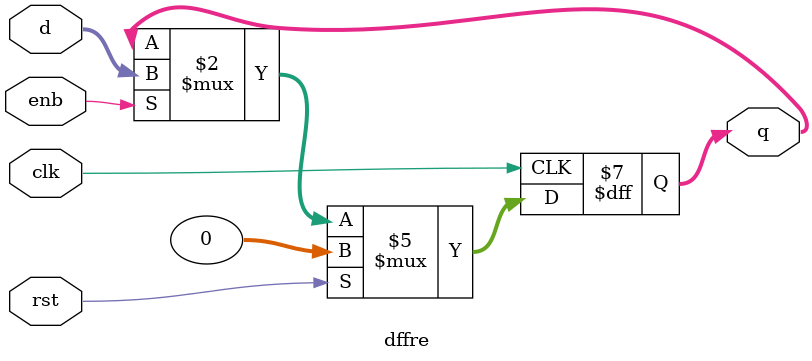
<source format=sv>
`timescale 1ns / 1ps

module dffre #(parameter W=32) (input logic clk, rst, enb,
             input logic [W-1:0] d,
             output logic [W-1:0] q);

    always_ff @(posedge clk)
        if (rst) q <= '0;
        else if (enb) q <= d;

endmodule: dffre

</source>
